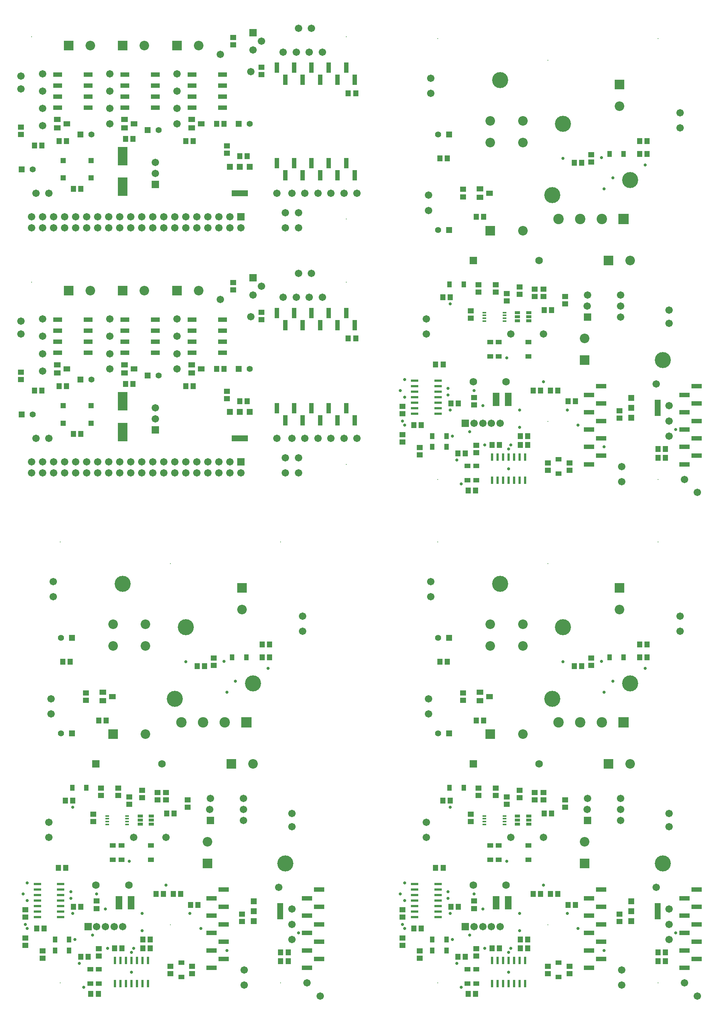
<source format=gts>
G04*
G04 #@! TF.GenerationSoftware,Altium Limited,Altium Designer,18.0.11 (651)*
G04*
G04 Layer_Color=8388736*
%FSLAX24Y24*%
%MOIN*%
G70*
G01*
G75*
%ADD81R,0.0513X0.0552*%
%ADD82R,0.0218X0.0710*%
%ADD83R,0.0552X0.0513*%
%ADD84R,0.0982X0.0430*%
%ADD85R,0.0513X0.0316*%
%ADD86R,0.0552X0.0552*%
%ADD87R,0.0552X0.1458*%
%ADD88R,0.0710X0.0218*%
%ADD89R,0.0560X0.0438*%
%ADD90R,0.0438X0.0560*%
%ADD91R,0.0631X0.0474*%
%ADD92R,0.0355X0.0178*%
%ADD93R,0.0631X0.1222*%
%ADD94R,0.0430X0.0982*%
%ADD95R,0.0867X0.1655*%
%ADD96R,0.1458X0.0552*%
%ADD97R,0.0552X0.0552*%
%ADD98R,0.0789X0.0395*%
%ADD99R,0.0474X0.0474*%
%ADD100C,0.0671*%
%ADD101C,0.1458*%
%ADD102C,0.0552*%
%ADD103R,0.0867X0.0867*%
%ADD104C,0.0867*%
%ADD105C,0.0080*%
%ADD106R,0.0867X0.0867*%
%ADD107R,0.0671X0.0671*%
%ADD108C,0.0680*%
%ADD109R,0.0680X0.0680*%
%ADD110C,0.0946*%
%ADD111R,0.0946X0.0946*%
%ADD112C,0.0280*%
%ADD113R,0.0671X0.0671*%
%ADD114R,0.0867X0.0867*%
D81*
X47500Y10039D02*
D03*
X48169D02*
D03*
X49075D02*
D03*
X49744D02*
D03*
X50650Y9055D02*
D03*
X51319D02*
D03*
X40020Y8858D02*
D03*
X40689D02*
D03*
X59498Y3937D02*
D03*
X58829D02*
D03*
X46319Y5118D02*
D03*
X46988D02*
D03*
X39961Y18504D02*
D03*
X39291D02*
D03*
X43760Y5118D02*
D03*
X44429D02*
D03*
X48484Y17323D02*
D03*
X49154D02*
D03*
X57146Y31496D02*
D03*
X57815D02*
D03*
X59498Y4724D02*
D03*
X58829D02*
D03*
X42264Y984D02*
D03*
X41595D02*
D03*
X41339Y4331D02*
D03*
X40669D02*
D03*
X37343Y6890D02*
D03*
X36673D02*
D03*
X46319Y5906D02*
D03*
X46988D02*
D03*
X51240Y30709D02*
D03*
X51909D02*
D03*
X57146Y32677D02*
D03*
X57815D02*
D03*
X39035Y31102D02*
D03*
X39705D02*
D03*
X42323Y25787D02*
D03*
X42992D02*
D03*
X38642Y12402D02*
D03*
X39311D02*
D03*
X47500Y55709D02*
D03*
X48169D02*
D03*
X49075D02*
D03*
X49744D02*
D03*
X50650Y54724D02*
D03*
X51319D02*
D03*
X40020Y54528D02*
D03*
X40689D02*
D03*
X59498Y49606D02*
D03*
X58829D02*
D03*
X46319Y50787D02*
D03*
X46988D02*
D03*
X39961Y64173D02*
D03*
X39291D02*
D03*
X43760Y50787D02*
D03*
X44429D02*
D03*
X48484Y62992D02*
D03*
X49154D02*
D03*
X57146Y77165D02*
D03*
X57815D02*
D03*
X59498Y50394D02*
D03*
X58829D02*
D03*
X42264Y46654D02*
D03*
X41595D02*
D03*
X41339Y50000D02*
D03*
X40669D02*
D03*
X37343Y52559D02*
D03*
X36673D02*
D03*
X46319Y51575D02*
D03*
X46988D02*
D03*
X51240Y76378D02*
D03*
X51909D02*
D03*
X57146Y78346D02*
D03*
X57815D02*
D03*
X39035Y76772D02*
D03*
X39705D02*
D03*
X42323Y71457D02*
D03*
X42992D02*
D03*
X38642Y58071D02*
D03*
X39311D02*
D03*
X13248Y10039D02*
D03*
X13917D02*
D03*
X14823D02*
D03*
X15492D02*
D03*
X16398Y9055D02*
D03*
X17067D02*
D03*
X5768Y8858D02*
D03*
X6437D02*
D03*
X25246Y3937D02*
D03*
X24577D02*
D03*
X12067Y5118D02*
D03*
X12736D02*
D03*
X5709Y18504D02*
D03*
X5039D02*
D03*
X9508Y5118D02*
D03*
X10177D02*
D03*
X14232Y17323D02*
D03*
X14902D02*
D03*
X22894Y31496D02*
D03*
X23563D02*
D03*
X25246Y4724D02*
D03*
X24577D02*
D03*
X8012Y984D02*
D03*
X7343D02*
D03*
X7087Y4331D02*
D03*
X6417D02*
D03*
X3091Y6890D02*
D03*
X2421D02*
D03*
X12067Y5906D02*
D03*
X12736D02*
D03*
X16988Y30709D02*
D03*
X17657D02*
D03*
X22894Y32677D02*
D03*
X23563D02*
D03*
X4783Y31102D02*
D03*
X5453D02*
D03*
X8071Y25787D02*
D03*
X8740D02*
D03*
X4390Y12402D02*
D03*
X5059D02*
D03*
X21535Y54724D02*
D03*
X20866D02*
D03*
X30709Y60433D02*
D03*
X31378D02*
D03*
X18760Y57677D02*
D03*
X19429D02*
D03*
X10492Y56299D02*
D03*
X11161D02*
D03*
X4449Y56102D02*
D03*
X5118D02*
D03*
X2894Y55709D02*
D03*
X2224D02*
D03*
X5768Y51772D02*
D03*
X6437D02*
D03*
X15945Y56102D02*
D03*
X16614D02*
D03*
X21535Y76968D02*
D03*
X20866D02*
D03*
X30709Y82677D02*
D03*
X31378D02*
D03*
X18760Y79921D02*
D03*
X19429D02*
D03*
X10492Y78543D02*
D03*
X11161D02*
D03*
X4449Y78346D02*
D03*
X5118D02*
D03*
X2894Y77953D02*
D03*
X2224D02*
D03*
X5768Y74016D02*
D03*
X6437D02*
D03*
X15945Y78346D02*
D03*
X16614D02*
D03*
D82*
X43776Y1890D02*
D03*
X44276D02*
D03*
X44776D02*
D03*
X45276D02*
D03*
X45776D02*
D03*
X46276D02*
D03*
X46776D02*
D03*
Y4016D02*
D03*
X46276D02*
D03*
X45776D02*
D03*
X45276D02*
D03*
X44776D02*
D03*
X44276D02*
D03*
X43776D02*
D03*
Y47559D02*
D03*
X44276D02*
D03*
X44776D02*
D03*
X45276D02*
D03*
X45776D02*
D03*
X46276D02*
D03*
X46776D02*
D03*
Y49685D02*
D03*
X46276D02*
D03*
X45776D02*
D03*
X45276D02*
D03*
X44776D02*
D03*
X44276D02*
D03*
X43776D02*
D03*
X9524Y1890D02*
D03*
X10024D02*
D03*
X10524D02*
D03*
X11024D02*
D03*
X11524D02*
D03*
X12024D02*
D03*
X12524D02*
D03*
Y4016D02*
D03*
X12024D02*
D03*
X11524D02*
D03*
X11024D02*
D03*
X10524D02*
D03*
X10024D02*
D03*
X9524D02*
D03*
D83*
X48819Y2815D02*
D03*
Y3484D02*
D03*
X37205Y4193D02*
D03*
Y4862D02*
D03*
X45079Y18169D02*
D03*
Y18839D02*
D03*
X55315Y7539D02*
D03*
Y8209D02*
D03*
X42323Y4390D02*
D03*
Y5059D02*
D03*
X35630Y7933D02*
D03*
Y8602D02*
D03*
Y6043D02*
D03*
Y5374D02*
D03*
X47638Y19232D02*
D03*
Y18563D02*
D03*
X41811Y17264D02*
D03*
Y16594D02*
D03*
X46260Y18760D02*
D03*
Y19429D02*
D03*
X44095Y19626D02*
D03*
Y18957D02*
D03*
X48425Y18563D02*
D03*
Y19232D02*
D03*
X42126Y8720D02*
D03*
Y9390D02*
D03*
X41142Y27618D02*
D03*
Y28287D02*
D03*
X50394Y18583D02*
D03*
Y17913D02*
D03*
X50787Y3484D02*
D03*
Y2815D02*
D03*
X52756Y30768D02*
D03*
Y31437D02*
D03*
X42520Y19626D02*
D03*
Y18957D02*
D03*
X48819Y48484D02*
D03*
Y49154D02*
D03*
X37205Y49862D02*
D03*
Y50532D02*
D03*
X45079Y63839D02*
D03*
Y64508D02*
D03*
X55315Y53209D02*
D03*
Y53878D02*
D03*
X42323Y50059D02*
D03*
Y50728D02*
D03*
X35630Y53602D02*
D03*
Y54272D02*
D03*
Y51713D02*
D03*
Y51043D02*
D03*
X47638Y64902D02*
D03*
Y64232D02*
D03*
X41811Y62933D02*
D03*
Y62264D02*
D03*
X46260Y64429D02*
D03*
Y65098D02*
D03*
X44095Y65295D02*
D03*
Y64626D02*
D03*
X48425Y64232D02*
D03*
Y64902D02*
D03*
X42126Y54390D02*
D03*
Y55059D02*
D03*
X41142Y73287D02*
D03*
Y73957D02*
D03*
X50394Y64252D02*
D03*
Y63583D02*
D03*
X50787Y49154D02*
D03*
Y48484D02*
D03*
X52756Y76437D02*
D03*
Y77106D02*
D03*
X42520Y65295D02*
D03*
Y64626D02*
D03*
X14567Y2815D02*
D03*
Y3484D02*
D03*
X2953Y4193D02*
D03*
Y4862D02*
D03*
X10827Y18169D02*
D03*
Y18839D02*
D03*
X21063Y7539D02*
D03*
Y8209D02*
D03*
X8071Y4390D02*
D03*
Y5059D02*
D03*
X1378Y7933D02*
D03*
Y8602D02*
D03*
Y6043D02*
D03*
Y5374D02*
D03*
X13386Y19232D02*
D03*
Y18563D02*
D03*
X7559Y17264D02*
D03*
Y16594D02*
D03*
X12008Y18760D02*
D03*
Y19429D02*
D03*
X9843Y19626D02*
D03*
Y18957D02*
D03*
X14173Y18563D02*
D03*
Y19232D02*
D03*
X7874Y8720D02*
D03*
Y9390D02*
D03*
X6890Y27618D02*
D03*
Y28287D02*
D03*
X16142Y18583D02*
D03*
Y17913D02*
D03*
X16535Y3484D02*
D03*
Y2815D02*
D03*
X18504Y30768D02*
D03*
Y31437D02*
D03*
X8268Y19626D02*
D03*
Y18957D02*
D03*
X19685Y55650D02*
D03*
Y54980D02*
D03*
X20276Y64823D02*
D03*
Y65492D02*
D03*
X22835Y62126D02*
D03*
Y62795D02*
D03*
X984Y57362D02*
D03*
Y56693D02*
D03*
X19685Y77894D02*
D03*
Y77224D02*
D03*
X20276Y87067D02*
D03*
Y87736D02*
D03*
X22835Y84370D02*
D03*
Y85039D02*
D03*
X984Y79606D02*
D03*
Y78937D02*
D03*
D84*
X61220Y3346D02*
D03*
X62319Y4134D02*
D03*
X61220Y4921D02*
D03*
X62319Y5709D02*
D03*
X61220Y6496D02*
D03*
X62319Y7283D02*
D03*
X61220Y8071D02*
D03*
X62319Y8858D02*
D03*
X61220Y9646D02*
D03*
X62319Y10433D02*
D03*
X53657D02*
D03*
X52559Y9646D02*
D03*
X53657Y8858D02*
D03*
X52559Y8071D02*
D03*
X53657Y7283D02*
D03*
X52559Y6496D02*
D03*
X53657Y5709D02*
D03*
X52559Y4921D02*
D03*
X53657Y4134D02*
D03*
X52559Y3346D02*
D03*
X61220Y49016D02*
D03*
X62319Y49803D02*
D03*
X61220Y50591D02*
D03*
X62319Y51378D02*
D03*
X61220Y52165D02*
D03*
X62319Y52953D02*
D03*
X61220Y53740D02*
D03*
X62319Y54528D02*
D03*
X61220Y55315D02*
D03*
X62319Y56102D02*
D03*
X53657D02*
D03*
X52559Y55315D02*
D03*
X53657Y54528D02*
D03*
X52559Y53740D02*
D03*
X53657Y52953D02*
D03*
X52559Y52165D02*
D03*
X53657Y51378D02*
D03*
X52559Y50591D02*
D03*
X53657Y49803D02*
D03*
X52559Y49016D02*
D03*
X26969Y3346D02*
D03*
X28067Y4134D02*
D03*
X26969Y4921D02*
D03*
X28067Y5709D02*
D03*
X26969Y6496D02*
D03*
X28067Y7283D02*
D03*
X26969Y8071D02*
D03*
X28067Y8858D02*
D03*
X26969Y9646D02*
D03*
X28067Y10433D02*
D03*
X19406D02*
D03*
X18307Y9646D02*
D03*
X19406Y8858D02*
D03*
X18307Y8071D02*
D03*
X19406Y7283D02*
D03*
X18307Y6496D02*
D03*
X19406Y5709D02*
D03*
X18307Y4921D02*
D03*
X19406Y4134D02*
D03*
X18307Y3346D02*
D03*
D85*
X47094Y17106D02*
D03*
Y16732D02*
D03*
Y16358D02*
D03*
X46063D02*
D03*
Y16732D02*
D03*
Y17106D02*
D03*
X47094Y62776D02*
D03*
Y62402D02*
D03*
Y62028D02*
D03*
X46063D02*
D03*
Y62402D02*
D03*
Y62776D02*
D03*
X12843Y17106D02*
D03*
Y16732D02*
D03*
Y16358D02*
D03*
X11811D02*
D03*
Y16732D02*
D03*
Y17106D02*
D03*
D86*
X56388Y9370D02*
D03*
Y8465D02*
D03*
Y7559D02*
D03*
Y55039D02*
D03*
Y54134D02*
D03*
Y53228D02*
D03*
X22136Y9370D02*
D03*
Y8465D02*
D03*
Y7559D02*
D03*
D87*
X58789Y8465D02*
D03*
Y54134D02*
D03*
X24537Y8465D02*
D03*
D88*
X38858Y7949D02*
D03*
Y8449D02*
D03*
Y8949D02*
D03*
Y9449D02*
D03*
Y9949D02*
D03*
Y10449D02*
D03*
Y10949D02*
D03*
X36732D02*
D03*
Y10449D02*
D03*
Y9949D02*
D03*
Y9449D02*
D03*
Y8949D02*
D03*
Y8449D02*
D03*
Y7949D02*
D03*
X38858Y53618D02*
D03*
Y54118D02*
D03*
Y54618D02*
D03*
Y55118D02*
D03*
Y55618D02*
D03*
Y56118D02*
D03*
Y56618D02*
D03*
X36732D02*
D03*
Y56118D02*
D03*
Y55618D02*
D03*
Y55118D02*
D03*
Y54618D02*
D03*
Y54118D02*
D03*
Y53618D02*
D03*
X4606Y7949D02*
D03*
Y8449D02*
D03*
Y8949D02*
D03*
Y9449D02*
D03*
Y9949D02*
D03*
Y10449D02*
D03*
Y10949D02*
D03*
X2480D02*
D03*
Y10449D02*
D03*
Y9949D02*
D03*
Y9449D02*
D03*
Y8949D02*
D03*
Y8449D02*
D03*
Y7949D02*
D03*
D89*
X47047Y13136D02*
D03*
Y14423D02*
D03*
X41535Y1915D02*
D03*
Y3203D02*
D03*
X42323Y1915D02*
D03*
Y3203D02*
D03*
X44370Y13136D02*
D03*
Y14423D02*
D03*
X43583Y13136D02*
D03*
Y14423D02*
D03*
X49803Y3793D02*
D03*
Y2506D02*
D03*
X47047Y58805D02*
D03*
Y60093D02*
D03*
X41535Y47585D02*
D03*
Y48872D02*
D03*
X42323Y47585D02*
D03*
Y48872D02*
D03*
X44370Y58805D02*
D03*
Y60093D02*
D03*
X43583Y58805D02*
D03*
Y60093D02*
D03*
X49803Y49463D02*
D03*
Y48175D02*
D03*
X12795Y13136D02*
D03*
Y14423D02*
D03*
X7283Y1915D02*
D03*
Y3203D02*
D03*
X8071Y1915D02*
D03*
Y3203D02*
D03*
X10118Y13136D02*
D03*
Y14423D02*
D03*
X9331Y13136D02*
D03*
Y14423D02*
D03*
X15551Y3793D02*
D03*
Y2506D02*
D03*
D90*
X39907Y19685D02*
D03*
X41195D02*
D03*
X39620Y4921D02*
D03*
X38333D02*
D03*
X39620Y5906D02*
D03*
X38333D02*
D03*
X55709Y31496D02*
D03*
X54421D02*
D03*
X39907Y65354D02*
D03*
X41195D02*
D03*
X39620Y50591D02*
D03*
X38333D02*
D03*
X39620Y51575D02*
D03*
X38333D02*
D03*
X55709Y77165D02*
D03*
X54421D02*
D03*
X5656Y19685D02*
D03*
X6943D02*
D03*
X5368Y4921D02*
D03*
X4081D02*
D03*
X5368Y5906D02*
D03*
X4081D02*
D03*
X21457Y31496D02*
D03*
X20169D02*
D03*
D91*
X42677Y28327D02*
D03*
Y27579D02*
D03*
X43543Y27953D02*
D03*
X42677Y73996D02*
D03*
Y73248D02*
D03*
X43543Y73622D02*
D03*
X8425Y28327D02*
D03*
Y27579D02*
D03*
X9291Y27953D02*
D03*
X17362Y57677D02*
D03*
X16496Y57303D02*
D03*
Y58051D02*
D03*
X11260Y57677D02*
D03*
X10394Y57303D02*
D03*
Y58051D02*
D03*
X5157Y57677D02*
D03*
X4291Y57303D02*
D03*
Y58051D02*
D03*
X17362Y79921D02*
D03*
X16496Y79547D02*
D03*
Y80295D02*
D03*
X11260Y79921D02*
D03*
X10394Y79547D02*
D03*
Y80295D02*
D03*
X5157Y79921D02*
D03*
X4291Y79547D02*
D03*
Y80295D02*
D03*
D92*
X44882Y17116D02*
D03*
Y16860D02*
D03*
Y16604D02*
D03*
Y16348D02*
D03*
X43071D02*
D03*
Y16604D02*
D03*
Y16860D02*
D03*
Y17116D02*
D03*
X44882Y62785D02*
D03*
Y62530D02*
D03*
Y62274D02*
D03*
Y62018D02*
D03*
X43071D02*
D03*
Y62274D02*
D03*
Y62530D02*
D03*
Y62785D02*
D03*
X10630Y17116D02*
D03*
Y16860D02*
D03*
Y16604D02*
D03*
Y16348D02*
D03*
X8819D02*
D03*
Y16604D02*
D03*
Y16860D02*
D03*
Y17116D02*
D03*
D93*
X45236Y9252D02*
D03*
X44134D02*
D03*
X45236Y54921D02*
D03*
X44134D02*
D03*
X10984Y9252D02*
D03*
X9882D02*
D03*
D94*
X31299Y61656D02*
D03*
X30512Y62754D02*
D03*
X29724Y61656D02*
D03*
X28937Y62754D02*
D03*
X28150Y61656D02*
D03*
X27362Y62754D02*
D03*
X26575Y61656D02*
D03*
X25787Y62754D02*
D03*
X25000Y61656D02*
D03*
X24213Y62754D02*
D03*
Y54093D02*
D03*
X25000Y52994D02*
D03*
X25787Y54093D02*
D03*
X26575Y52994D02*
D03*
X27362Y54093D02*
D03*
X28150Y52994D02*
D03*
X28937Y54093D02*
D03*
X29724Y52994D02*
D03*
X30512Y54093D02*
D03*
X31299Y52994D02*
D03*
Y83900D02*
D03*
X30512Y84998D02*
D03*
X29724Y83900D02*
D03*
X28937Y84998D02*
D03*
X28150Y83900D02*
D03*
X27362Y84998D02*
D03*
X26575Y83900D02*
D03*
X25787Y84998D02*
D03*
X25000Y83900D02*
D03*
X24213Y84998D02*
D03*
Y76337D02*
D03*
X25000Y75238D02*
D03*
X25787Y76337D02*
D03*
X26575Y75238D02*
D03*
X27362Y76337D02*
D03*
X28150Y75238D02*
D03*
X28937Y76337D02*
D03*
X29724Y75238D02*
D03*
X30512Y76337D02*
D03*
X31299Y75238D02*
D03*
D95*
X10236Y51949D02*
D03*
Y54744D02*
D03*
Y74193D02*
D03*
Y76988D02*
D03*
D96*
X20866Y51358D02*
D03*
Y73602D02*
D03*
D97*
X19961Y53760D02*
D03*
X20866D02*
D03*
X21772D02*
D03*
X19961Y76004D02*
D03*
X20866D02*
D03*
X21772D02*
D03*
X39870Y33268D02*
D03*
Y24606D02*
D03*
Y78937D02*
D03*
Y70276D02*
D03*
X5618Y33268D02*
D03*
Y24606D02*
D03*
X20760Y57677D02*
D03*
X12492Y57087D02*
D03*
X6390Y56693D02*
D03*
X1075Y53543D02*
D03*
X20760Y79921D02*
D03*
X12492Y79331D02*
D03*
X6390Y78937D02*
D03*
X1075Y75787D02*
D03*
D98*
X19291Y59130D02*
D03*
Y60130D02*
D03*
Y61130D02*
D03*
Y62130D02*
D03*
X16535D02*
D03*
Y61130D02*
D03*
Y60130D02*
D03*
Y59130D02*
D03*
X13189D02*
D03*
Y60130D02*
D03*
Y61130D02*
D03*
Y62130D02*
D03*
X10433D02*
D03*
Y61130D02*
D03*
Y60130D02*
D03*
Y59130D02*
D03*
X7087D02*
D03*
Y60130D02*
D03*
Y61130D02*
D03*
Y62130D02*
D03*
X4331D02*
D03*
Y61130D02*
D03*
Y60130D02*
D03*
Y59130D02*
D03*
X19291Y81374D02*
D03*
Y82374D02*
D03*
Y83374D02*
D03*
Y84374D02*
D03*
X16535D02*
D03*
Y83374D02*
D03*
Y82374D02*
D03*
Y81374D02*
D03*
X13189D02*
D03*
Y82374D02*
D03*
Y83374D02*
D03*
Y84374D02*
D03*
X10433D02*
D03*
Y83374D02*
D03*
Y82374D02*
D03*
Y81374D02*
D03*
X7087D02*
D03*
Y82374D02*
D03*
Y83374D02*
D03*
Y84374D02*
D03*
X4331D02*
D03*
Y83374D02*
D03*
Y82374D02*
D03*
Y81374D02*
D03*
D99*
X7362Y52756D02*
D03*
Y54331D02*
D03*
X4843D02*
D03*
Y52756D02*
D03*
X7362Y75000D02*
D03*
Y76575D02*
D03*
X4843D02*
D03*
Y75000D02*
D03*
D100*
X55512Y3150D02*
D03*
X60827Y35236D02*
D03*
X38189Y38386D02*
D03*
X37795Y16535D02*
D03*
X60827Y33858D02*
D03*
X55512Y1772D02*
D03*
X38189Y37008D02*
D03*
X37795Y15157D02*
D03*
X37992Y27756D02*
D03*
X61220Y1969D02*
D03*
X37992Y26378D02*
D03*
X62402Y787D02*
D03*
X45472Y15157D02*
D03*
X48425D02*
D03*
X59843Y5906D02*
D03*
Y7283D02*
D03*
Y8661D02*
D03*
X58661Y10630D02*
D03*
X59843Y17323D02*
D03*
Y16142D02*
D03*
X44488Y7087D02*
D03*
X43701D02*
D03*
X42913D02*
D03*
X42126D02*
D03*
X52388Y17717D02*
D03*
X52437Y18717D02*
D03*
X55437D02*
D03*
Y17717D02*
D03*
Y16717D02*
D03*
X55512Y48819D02*
D03*
X60827Y80906D02*
D03*
X38189Y84055D02*
D03*
X37795Y62205D02*
D03*
X60827Y79528D02*
D03*
X55512Y47441D02*
D03*
X38189Y82677D02*
D03*
X37795Y60827D02*
D03*
X37992Y73425D02*
D03*
X61220Y47638D02*
D03*
X37992Y72047D02*
D03*
X62402Y46457D02*
D03*
X45472Y60827D02*
D03*
X48425D02*
D03*
X59843Y51575D02*
D03*
Y52953D02*
D03*
Y54331D02*
D03*
X58661Y56299D02*
D03*
X59843Y62992D02*
D03*
Y61811D02*
D03*
X44488Y52756D02*
D03*
X43701D02*
D03*
X42913D02*
D03*
X42126D02*
D03*
X52388Y63386D02*
D03*
X52437Y64386D02*
D03*
X55437D02*
D03*
Y63386D02*
D03*
Y62386D02*
D03*
X21260Y3150D02*
D03*
X26575Y35236D02*
D03*
X3937Y38386D02*
D03*
X3543Y16535D02*
D03*
X26575Y33858D02*
D03*
X21260Y1772D02*
D03*
X3937Y37008D02*
D03*
X3543Y15157D02*
D03*
X3740Y27756D02*
D03*
X26969Y1969D02*
D03*
X3740Y26378D02*
D03*
X28150Y787D02*
D03*
X11220Y15157D02*
D03*
X14173D02*
D03*
X25591Y5906D02*
D03*
Y7283D02*
D03*
Y8661D02*
D03*
X24409Y10630D02*
D03*
X25591Y17323D02*
D03*
Y16142D02*
D03*
X10236Y7087D02*
D03*
X9449D02*
D03*
X8661D02*
D03*
X7874D02*
D03*
X18136Y17717D02*
D03*
X18185Y18717D02*
D03*
X21185D02*
D03*
Y17717D02*
D03*
Y16717D02*
D03*
X20968Y48228D02*
D03*
X19969Y49228D02*
D03*
Y48228D02*
D03*
X18968Y49228D02*
D03*
Y48228D02*
D03*
X17968Y49228D02*
D03*
Y48228D02*
D03*
X16968Y49228D02*
D03*
Y48228D02*
D03*
X15969Y49228D02*
D03*
Y48228D02*
D03*
X14969Y49228D02*
D03*
Y48228D02*
D03*
X13968Y49228D02*
D03*
Y48228D02*
D03*
X12968Y49228D02*
D03*
Y48228D02*
D03*
X11968Y49228D02*
D03*
Y48228D02*
D03*
X10969Y49228D02*
D03*
Y48228D02*
D03*
X9969Y49228D02*
D03*
Y48228D02*
D03*
X8968Y49228D02*
D03*
Y48228D02*
D03*
X7969Y49228D02*
D03*
Y48228D02*
D03*
X6969Y49228D02*
D03*
Y48228D02*
D03*
X5968Y49228D02*
D03*
Y48228D02*
D03*
X4969Y49228D02*
D03*
Y48228D02*
D03*
X3968Y49228D02*
D03*
Y48228D02*
D03*
X2968Y49228D02*
D03*
Y48228D02*
D03*
X1969Y49228D02*
D03*
Y48228D02*
D03*
X984Y60827D02*
D03*
Y62008D02*
D03*
X13189Y53150D02*
D03*
Y54150D02*
D03*
X2953Y60630D02*
D03*
X3543Y51378D02*
D03*
X25000Y48228D02*
D03*
Y49606D02*
D03*
X2362Y51378D02*
D03*
X26181Y48228D02*
D03*
X26181Y49606D02*
D03*
X31496Y51378D02*
D03*
X30315D02*
D03*
X29134D02*
D03*
X21850Y62402D02*
D03*
X27362Y66339D02*
D03*
X26181D02*
D03*
X15157Y57677D02*
D03*
Y59055D02*
D03*
Y60630D02*
D03*
Y62205D02*
D03*
X9055D02*
D03*
Y60630D02*
D03*
Y59055D02*
D03*
Y57677D02*
D03*
X2953Y57480D02*
D03*
X2953Y59055D02*
D03*
X19094Y63976D02*
D03*
X2953Y62205D02*
D03*
X28346Y64173D02*
D03*
X27953Y51378D02*
D03*
X27165Y64173D02*
D03*
X26772Y51378D02*
D03*
X25984Y64173D02*
D03*
X24803D02*
D03*
X25591Y51378D02*
D03*
X24213D02*
D03*
X22047Y64370D02*
D03*
X22835Y65157D02*
D03*
X20968Y70472D02*
D03*
X19969Y71472D02*
D03*
Y70472D02*
D03*
X18968Y71472D02*
D03*
Y70472D02*
D03*
X17968Y71472D02*
D03*
Y70472D02*
D03*
X16968Y71472D02*
D03*
Y70472D02*
D03*
X15969Y71472D02*
D03*
Y70472D02*
D03*
X14969Y71472D02*
D03*
Y70472D02*
D03*
X13968Y71472D02*
D03*
Y70472D02*
D03*
X12968Y71472D02*
D03*
Y70472D02*
D03*
X11968Y71472D02*
D03*
Y70472D02*
D03*
X10969Y71472D02*
D03*
Y70472D02*
D03*
X9969Y71472D02*
D03*
Y70472D02*
D03*
X8968Y71472D02*
D03*
Y70472D02*
D03*
X7969Y71472D02*
D03*
Y70472D02*
D03*
X6969Y71472D02*
D03*
Y70472D02*
D03*
X5968Y71472D02*
D03*
Y70472D02*
D03*
X4969Y71472D02*
D03*
Y70472D02*
D03*
X3968Y71472D02*
D03*
Y70472D02*
D03*
X2968Y71472D02*
D03*
Y70472D02*
D03*
X1969Y71472D02*
D03*
Y70472D02*
D03*
X984Y83071D02*
D03*
Y84252D02*
D03*
X13189Y75394D02*
D03*
Y76394D02*
D03*
X2953Y82874D02*
D03*
X3543Y73622D02*
D03*
X25000Y70472D02*
D03*
Y71850D02*
D03*
X2362Y73622D02*
D03*
X26181Y70472D02*
D03*
X26181Y71850D02*
D03*
X31496Y73622D02*
D03*
X30315D02*
D03*
X29134D02*
D03*
X21850Y84646D02*
D03*
X27362Y88583D02*
D03*
X26181D02*
D03*
X15157Y79921D02*
D03*
Y81299D02*
D03*
Y82874D02*
D03*
Y84449D02*
D03*
X9055D02*
D03*
Y82874D02*
D03*
Y81299D02*
D03*
Y79921D02*
D03*
X2953Y79724D02*
D03*
X2953Y81299D02*
D03*
X19094Y86220D02*
D03*
X2953Y84449D02*
D03*
X28346Y86417D02*
D03*
X27953Y73622D02*
D03*
X27165Y86417D02*
D03*
X26772Y73622D02*
D03*
X25984Y86417D02*
D03*
X24803D02*
D03*
X25591Y73622D02*
D03*
X24213D02*
D03*
X22047Y86614D02*
D03*
X22835Y87402D02*
D03*
D101*
X50197Y34252D02*
D03*
X56299Y29134D02*
D03*
X59252Y12795D02*
D03*
X44488Y38189D02*
D03*
X49213Y27756D02*
D03*
X50197Y79921D02*
D03*
X56299Y74803D02*
D03*
X59252Y58465D02*
D03*
X44488Y83858D02*
D03*
X49213Y73425D02*
D03*
X15945Y34252D02*
D03*
X22047Y29134D02*
D03*
X25000Y12795D02*
D03*
X10236Y38189D02*
D03*
X14961Y27756D02*
D03*
D102*
X38870Y33268D02*
D03*
Y24606D02*
D03*
Y78937D02*
D03*
Y70276D02*
D03*
X4618Y33268D02*
D03*
Y24606D02*
D03*
X21760Y57677D02*
D03*
X13492Y57087D02*
D03*
X7390Y56693D02*
D03*
X2075Y53543D02*
D03*
X21760Y79921D02*
D03*
X13492Y79331D02*
D03*
X7390Y78937D02*
D03*
X2075Y75787D02*
D03*
D103*
X43602Y24539D02*
D03*
X52165Y12795D02*
D03*
X55315Y37795D02*
D03*
X43602Y70209D02*
D03*
X52165Y58465D02*
D03*
X55315Y83465D02*
D03*
X9350Y24539D02*
D03*
X17913Y12795D02*
D03*
X21063Y37795D02*
D03*
D104*
X46555Y24539D02*
D03*
X43602Y32531D02*
D03*
X46555D02*
D03*
X43602Y34516D02*
D03*
X46555D02*
D03*
X56299Y21850D02*
D03*
X52165Y14764D02*
D03*
X55315Y35827D02*
D03*
X46555Y70209D02*
D03*
X43602Y78201D02*
D03*
X46555D02*
D03*
X43602Y80185D02*
D03*
X46555D02*
D03*
X56299Y67520D02*
D03*
X52165Y60433D02*
D03*
X55315Y81496D02*
D03*
X12303Y24539D02*
D03*
X9350Y32531D02*
D03*
X12303D02*
D03*
X9350Y34516D02*
D03*
X12303D02*
D03*
X22047Y21850D02*
D03*
X17913Y14764D02*
D03*
X21063Y35827D02*
D03*
X7283Y64764D02*
D03*
X12205D02*
D03*
X17126D02*
D03*
X7283Y87008D02*
D03*
X12205D02*
D03*
X17126D02*
D03*
D105*
X48819Y40020D02*
D03*
Y7224D02*
D03*
X38819Y1969D02*
D03*
X58819D02*
D03*
Y41968D02*
D03*
X38819D02*
D03*
X48819Y85689D02*
D03*
Y52894D02*
D03*
X38819Y47638D02*
D03*
X58819D02*
D03*
Y87638D02*
D03*
X38819D02*
D03*
X14567Y40020D02*
D03*
Y7224D02*
D03*
X4567Y1969D02*
D03*
X24567D02*
D03*
Y41968D02*
D03*
X4567D02*
D03*
X30512Y49016D02*
D03*
X1969Y65551D02*
D03*
X30512D02*
D03*
Y71260D02*
D03*
X1969Y87795D02*
D03*
X30512D02*
D03*
D106*
X54331Y21850D02*
D03*
Y67520D02*
D03*
X20079Y21850D02*
D03*
D107*
X41339Y7087D02*
D03*
X52437Y16717D02*
D03*
X41339Y52756D02*
D03*
X52437Y62386D02*
D03*
X7087Y7087D02*
D03*
X18185Y16717D02*
D03*
D108*
X42047Y10827D02*
D03*
X45039D02*
D03*
X48032Y21850D02*
D03*
X42047Y56496D02*
D03*
X45039D02*
D03*
X48032Y67520D02*
D03*
X7795Y10827D02*
D03*
X10787D02*
D03*
X13780Y21850D02*
D03*
D109*
X42047D02*
D03*
Y67520D02*
D03*
X7795Y21850D02*
D03*
D110*
X49803Y25591D02*
D03*
X51772D02*
D03*
X53740D02*
D03*
X49803Y71260D02*
D03*
X51772D02*
D03*
X53740D02*
D03*
X15551Y25591D02*
D03*
X17520D02*
D03*
X19488D02*
D03*
D111*
X55709D02*
D03*
Y71260D02*
D03*
X21457Y25591D02*
D03*
D112*
X48425Y10827D02*
D03*
X50197Y31102D02*
D03*
X53687Y31156D02*
D03*
X40945Y1575D02*
D03*
X43110Y5118D02*
D03*
X40551Y3740D02*
D03*
X54724Y29331D02*
D03*
X53937Y28346D02*
D03*
X46260Y6693D02*
D03*
X42126Y10039D02*
D03*
X39764Y9646D02*
D03*
X35433Y10039D02*
D03*
X35827Y6890D02*
D03*
X35630Y7283D02*
D03*
X39961Y17913D02*
D03*
X39764Y10236D02*
D03*
X57677Y30512D02*
D03*
X53937Y4921D02*
D03*
X60433Y6496D02*
D03*
X45276Y2953D02*
D03*
X39961Y8268D02*
D03*
X41732Y6299D02*
D03*
X51575Y6890D02*
D03*
X45079Y12992D02*
D03*
X50591Y8268D02*
D03*
X35827Y9449D02*
D03*
Y11024D02*
D03*
X42913Y8661D02*
D03*
X46260Y8268D02*
D03*
X45276Y4724D02*
D03*
X40157Y5906D02*
D03*
X45472Y5118D02*
D03*
X48425Y56496D02*
D03*
X50197Y76772D02*
D03*
X53687Y76825D02*
D03*
X40945Y47244D02*
D03*
X43110Y50787D02*
D03*
X40551Y49409D02*
D03*
X54724Y75000D02*
D03*
X53937Y74016D02*
D03*
X46260Y52362D02*
D03*
X42126Y55709D02*
D03*
X39764Y55315D02*
D03*
X35433Y55709D02*
D03*
X35827Y52559D02*
D03*
X35630Y52953D02*
D03*
X39961Y63583D02*
D03*
X39764Y55906D02*
D03*
X57677Y76181D02*
D03*
X53937Y50591D02*
D03*
X60433Y52165D02*
D03*
X45276Y48622D02*
D03*
X39961Y53937D02*
D03*
X41732Y51969D02*
D03*
X51575Y52559D02*
D03*
X45079Y58661D02*
D03*
X50591Y53937D02*
D03*
X35827Y55118D02*
D03*
Y56693D02*
D03*
X42913Y54331D02*
D03*
X46260Y53937D02*
D03*
X45276Y50394D02*
D03*
X40157Y51575D02*
D03*
X45472Y50787D02*
D03*
X14173Y10827D02*
D03*
X15945Y31102D02*
D03*
X19435Y31156D02*
D03*
X6693Y1575D02*
D03*
X8858Y5118D02*
D03*
X6299Y3740D02*
D03*
X20472Y29331D02*
D03*
X19685Y28346D02*
D03*
X12008Y6693D02*
D03*
X7874Y10039D02*
D03*
X5512Y9646D02*
D03*
X1181Y10039D02*
D03*
X1575Y6890D02*
D03*
X1378Y7283D02*
D03*
X5709Y17913D02*
D03*
X5512Y10236D02*
D03*
X23425Y30512D02*
D03*
X19685Y4921D02*
D03*
X26181Y6496D02*
D03*
X11024Y2953D02*
D03*
X5709Y8268D02*
D03*
X7480Y6299D02*
D03*
X17323Y6890D02*
D03*
X10827Y12992D02*
D03*
X16339Y8268D02*
D03*
X1575Y9449D02*
D03*
Y11024D02*
D03*
X8661Y8661D02*
D03*
X12008Y8268D02*
D03*
X11024Y4724D02*
D03*
X5906Y5906D02*
D03*
X11220Y5118D02*
D03*
D113*
X20968Y49228D02*
D03*
X13189Y52150D02*
D03*
X22047Y65945D02*
D03*
X20968Y71472D02*
D03*
X13189Y74394D02*
D03*
X22047Y88189D02*
D03*
D114*
X5315Y64764D02*
D03*
X10236D02*
D03*
X15157D02*
D03*
X5315Y87008D02*
D03*
X10236D02*
D03*
X15157D02*
D03*
M02*

</source>
